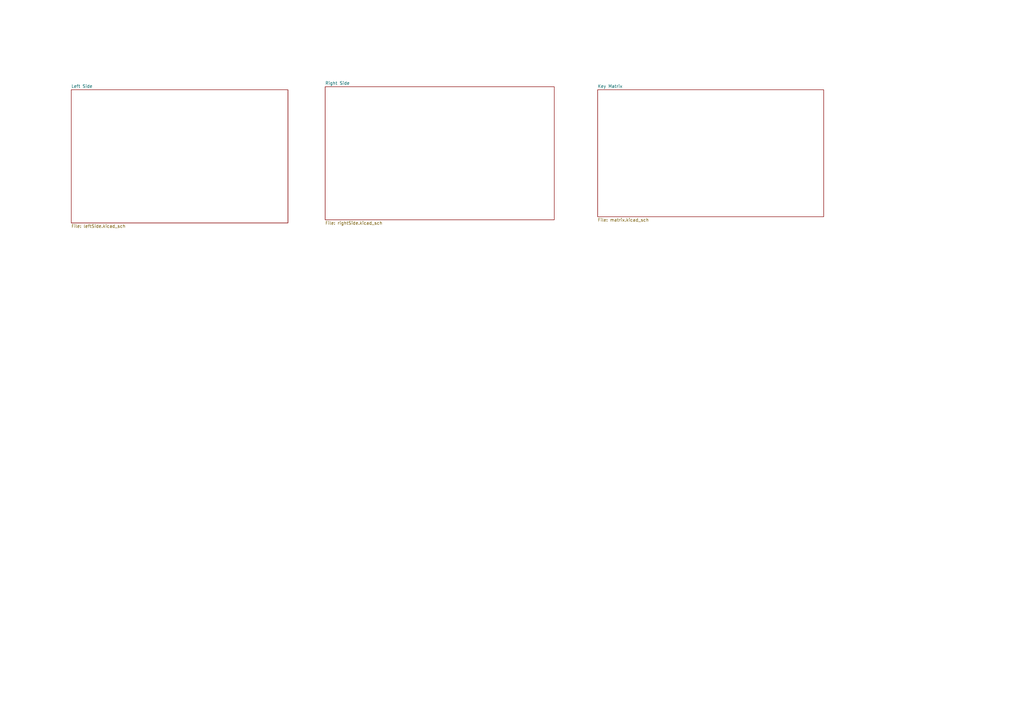
<source format=kicad_sch>
(kicad_sch
	(version 20250114)
	(generator "eeschema")
	(generator_version "9.0")
	(uuid "a3984b5f-5482-487c-827c-93986b80e1c8")
	(paper "A3")
	(lib_symbols)
	(sheet
		(at 29.21 36.83)
		(size 88.9 54.61)
		(exclude_from_sim no)
		(in_bom yes)
		(on_board yes)
		(dnp no)
		(fields_autoplaced yes)
		(stroke
			(width 0.1524)
			(type solid)
		)
		(fill
			(color 0 0 0 0.0000)
		)
		(uuid "0dccec26-d854-49d3-8867-bf55eaef7f97")
		(property "Sheetname" "Left Side"
			(at 29.21 36.1184 0)
			(effects
				(font
					(size 1.27 1.27)
				)
				(justify left bottom)
			)
		)
		(property "Sheetfile" "leftSide.kicad_sch"
			(at 29.21 92.0246 0)
			(effects
				(font
					(size 1.27 1.27)
				)
				(justify left top)
			)
		)
		(instances
			(project "alaya-vijnana"
				(path "/a3984b5f-5482-487c-827c-93986b80e1c8"
					(page "2")
				)
			)
		)
	)
	(sheet
		(at 133.35 35.56)
		(size 93.98 54.61)
		(exclude_from_sim no)
		(in_bom yes)
		(on_board yes)
		(dnp no)
		(fields_autoplaced yes)
		(stroke
			(width 0.1524)
			(type solid)
		)
		(fill
			(color 0 0 0 0.0000)
		)
		(uuid "13abaaa7-652e-4a16-9fc7-1610d4c7b512")
		(property "Sheetname" "Right Side"
			(at 133.35 34.8484 0)
			(effects
				(font
					(size 1.27 1.27)
				)
				(justify left bottom)
			)
		)
		(property "Sheetfile" "rightSide.kicad_sch"
			(at 133.35 90.7546 0)
			(effects
				(font
					(size 1.27 1.27)
				)
				(justify left top)
			)
		)
		(instances
			(project "alaya-vijnana"
				(path "/a3984b5f-5482-487c-827c-93986b80e1c8"
					(page "3")
				)
			)
		)
	)
	(sheet
		(at 245.11 36.83)
		(size 92.71 52.07)
		(exclude_from_sim no)
		(in_bom yes)
		(on_board yes)
		(dnp no)
		(fields_autoplaced yes)
		(stroke
			(width 0.1524)
			(type solid)
		)
		(fill
			(color 0 0 0 0.0000)
		)
		(uuid "9c2aa8ea-1b1f-4569-9892-88a83d8ea96a")
		(property "Sheetname" "Key Matrix"
			(at 245.11 36.1184 0)
			(effects
				(font
					(size 1.27 1.27)
				)
				(justify left bottom)
			)
		)
		(property "Sheetfile" "matrix.kicad_sch"
			(at 245.11 89.4846 0)
			(effects
				(font
					(size 1.27 1.27)
				)
				(justify left top)
			)
		)
		(instances
			(project "alaya-vijnana"
				(path "/a3984b5f-5482-487c-827c-93986b80e1c8"
					(page "4")
				)
			)
		)
	)
	(sheet_instances
		(path "/"
			(page "1")
		)
	)
	(embedded_fonts no)
)

</source>
